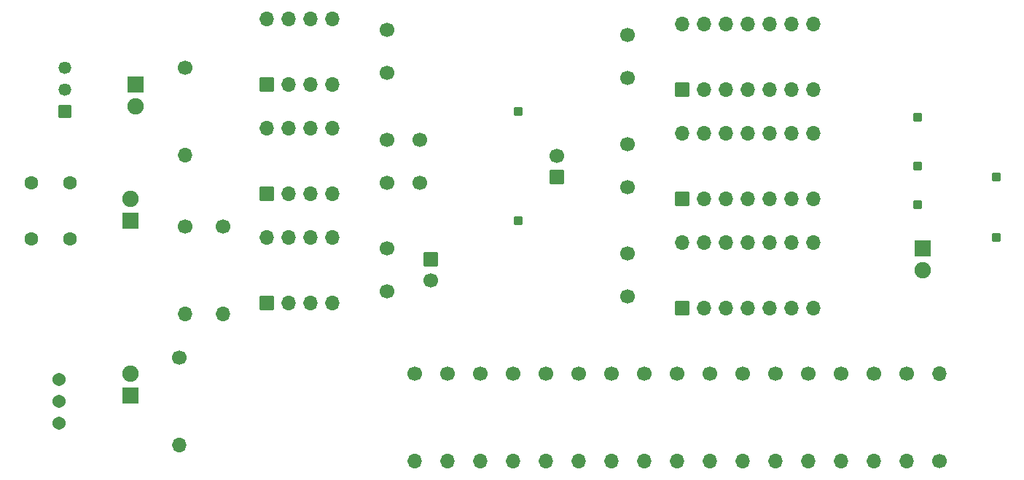
<source format=gbr>
%TF.GenerationSoftware,KiCad,Pcbnew,(6.0.0)*%
%TF.CreationDate,2022-01-09T16:02:52-08:00*%
%TF.ProjectId,Full555Timer,46756c6c-3535-4355-9469-6d65722e6b69,rev?*%
%TF.SameCoordinates,Original*%
%TF.FileFunction,Soldermask,Top*%
%TF.FilePolarity,Negative*%
%FSLAX46Y46*%
G04 Gerber Fmt 4.6, Leading zero omitted, Abs format (unit mm)*
G04 Created by KiCad (PCBNEW (6.0.0)) date 2022-01-09 16:02:52*
%MOMM*%
%LPD*%
G01*
G04 APERTURE LIST*
G04 Aperture macros list*
%AMRoundRect*
0 Rectangle with rounded corners*
0 $1 Rounding radius*
0 $2 $3 $4 $5 $6 $7 $8 $9 X,Y pos of 4 corners*
0 Add a 4 corners polygon primitive as box body*
4,1,4,$2,$3,$4,$5,$6,$7,$8,$9,$2,$3,0*
0 Add four circle primitives for the rounded corners*
1,1,$1+$1,$2,$3*
1,1,$1+$1,$4,$5*
1,1,$1+$1,$6,$7*
1,1,$1+$1,$8,$9*
0 Add four rect primitives between the rounded corners*
20,1,$1+$1,$2,$3,$4,$5,0*
20,1,$1+$1,$4,$5,$6,$7,0*
20,1,$1+$1,$6,$7,$8,$9,0*
20,1,$1+$1,$8,$9,$2,$3,0*%
G04 Aperture macros list end*
%ADD10RoundRect,0.050000X0.800000X-0.800000X0.800000X0.800000X-0.800000X0.800000X-0.800000X-0.800000X0*%
%ADD11C,1.700000*%
%ADD12RoundRect,0.050000X-0.800000X0.800000X-0.800000X-0.800000X0.800000X-0.800000X0.800000X0.800000X0*%
%ADD13RoundRect,0.050000X0.900000X-0.900000X0.900000X0.900000X-0.900000X0.900000X-0.900000X-0.900000X0*%
%ADD14C,1.900000*%
%ADD15RoundRect,0.050000X-0.900000X0.900000X-0.900000X-0.900000X0.900000X-0.900000X0.900000X0.900000X0*%
%ADD16RoundRect,0.050000X0.425000X-0.425000X0.425000X0.425000X-0.425000X0.425000X-0.425000X-0.425000X0*%
%ADD17O,1.700000X1.700000*%
%ADD18C,1.607998*%
%ADD19RoundRect,0.050000X-0.425000X0.425000X-0.425000X-0.425000X0.425000X-0.425000X0.425000X0.425000X0*%
%ADD20RoundRect,0.050000X0.685000X0.685000X-0.685000X0.685000X-0.685000X-0.685000X0.685000X-0.685000X0*%
%ADD21C,1.470000*%
%ADD22C,1.540000*%
G04 APERTURE END LIST*
D10*
%TO.C,C1*%
X160655000Y-95885000D03*
D11*
X160655000Y-93385000D03*
%TD*%
%TO.C,C2*%
X140970000Y-104140000D03*
X140970000Y-109140000D03*
%TD*%
D12*
%TO.C,C3*%
X146050000Y-105410000D03*
D11*
X146050000Y-107910000D03*
%TD*%
%TO.C,C5*%
X140970000Y-96520000D03*
X140970000Y-91520000D03*
%TD*%
%TO.C,C6*%
X140970000Y-78740000D03*
X140970000Y-83740000D03*
%TD*%
%TO.C,C7*%
X168910000Y-104775000D03*
X168910000Y-109775000D03*
%TD*%
D13*
%TO.C,D1*%
X111125000Y-121285000D03*
D14*
X111125000Y-118745000D03*
%TD*%
D13*
%TO.C,D2*%
X111125000Y-100965000D03*
D14*
X111125000Y-98425000D03*
%TD*%
D15*
%TO.C,D4*%
X203200000Y-104140000D03*
D14*
X203200000Y-106680000D03*
%TD*%
D16*
%TO.C,J3*%
X202565000Y-94615000D03*
%TD*%
%TO.C,J5*%
X202565000Y-99060000D03*
%TD*%
D11*
%TO.C,R1*%
X121920000Y-101600000D03*
D17*
X121920000Y-111760000D03*
%TD*%
D11*
%TO.C,R2*%
X144145000Y-118745000D03*
D17*
X144145000Y-128905000D03*
%TD*%
D11*
%TO.C,R4*%
X151765000Y-118745000D03*
D17*
X151765000Y-128905000D03*
%TD*%
D11*
%TO.C,R5*%
X155575000Y-118745000D03*
D17*
X155575000Y-128905000D03*
%TD*%
D11*
%TO.C,R6*%
X159385000Y-118745000D03*
D17*
X159385000Y-128905000D03*
%TD*%
D11*
%TO.C,R7*%
X116840000Y-116840000D03*
D17*
X116840000Y-127000000D03*
%TD*%
D11*
%TO.C,R8*%
X117475000Y-101600000D03*
D17*
X117475000Y-111760000D03*
%TD*%
D10*
%TO.C,U1*%
X127000000Y-110490000D03*
D17*
X129540000Y-110490000D03*
X132080000Y-110490000D03*
X134620000Y-110490000D03*
X134620000Y-102870000D03*
X132080000Y-102870000D03*
X129540000Y-102870000D03*
X127000000Y-102870000D03*
%TD*%
D10*
%TO.C,U2*%
X127000000Y-97790000D03*
D17*
X129540000Y-97790000D03*
X132080000Y-97790000D03*
X134620000Y-97790000D03*
X134620000Y-90170000D03*
X132080000Y-90170000D03*
X129540000Y-90170000D03*
X127000000Y-90170000D03*
%TD*%
D10*
%TO.C,U3*%
X127000000Y-85090000D03*
D17*
X129540000Y-85090000D03*
X132080000Y-85090000D03*
X134620000Y-85090000D03*
X134620000Y-77470000D03*
X132080000Y-77470000D03*
X129540000Y-77470000D03*
X127000000Y-77470000D03*
%TD*%
D10*
%TO.C,U5*%
X175260000Y-98425000D03*
D17*
X177800000Y-98425000D03*
X180340000Y-98425000D03*
X182880000Y-98425000D03*
X185420000Y-98425000D03*
X187960000Y-98425000D03*
X190500000Y-98425000D03*
X190500000Y-90805000D03*
X187960000Y-90805000D03*
X185420000Y-90805000D03*
X182880000Y-90805000D03*
X180340000Y-90805000D03*
X177800000Y-90805000D03*
X175260000Y-90805000D03*
%TD*%
D10*
%TO.C,U6*%
X175260000Y-85725000D03*
D17*
X177800000Y-85725000D03*
X180340000Y-85725000D03*
X182880000Y-85725000D03*
X185420000Y-85725000D03*
X187960000Y-85725000D03*
X190500000Y-85725000D03*
X190500000Y-78105000D03*
X187960000Y-78105000D03*
X185420000Y-78105000D03*
X182880000Y-78105000D03*
X180340000Y-78105000D03*
X177800000Y-78105000D03*
X175260000Y-78105000D03*
%TD*%
D18*
%TO.C,SW1*%
X104140000Y-96520000D03*
X104140000Y-103020002D03*
X99639999Y-96520000D03*
X99639999Y-103020002D03*
%TD*%
D16*
%TO.C,J2*%
X156210000Y-100965000D03*
%TD*%
D10*
%TO.C,U4*%
X175260000Y-111125000D03*
D17*
X177800000Y-111125000D03*
X180340000Y-111125000D03*
X182880000Y-111125000D03*
X185420000Y-111125000D03*
X187960000Y-111125000D03*
X190500000Y-111125000D03*
X190500000Y-103505000D03*
X187960000Y-103505000D03*
X185420000Y-103505000D03*
X182880000Y-103505000D03*
X180340000Y-103505000D03*
X177800000Y-103505000D03*
X175260000Y-103505000D03*
%TD*%
D11*
%TO.C,C9*%
X168910000Y-79375000D03*
X168910000Y-84375000D03*
%TD*%
%TO.C,C8*%
X168910000Y-92075000D03*
X168910000Y-97075000D03*
%TD*%
%TO.C,R9*%
X117475000Y-83185000D03*
D17*
X117475000Y-93345000D03*
%TD*%
D11*
%TO.C,R11*%
X201295000Y-118745000D03*
D17*
X201295000Y-128905000D03*
%TD*%
D11*
%TO.C,R12*%
X197485000Y-118745000D03*
D17*
X197485000Y-128905000D03*
%TD*%
D11*
%TO.C,R13*%
X193675000Y-118745000D03*
D17*
X193675000Y-128905000D03*
%TD*%
D11*
%TO.C,R15*%
X186055000Y-118745000D03*
D17*
X186055000Y-128905000D03*
%TD*%
D11*
%TO.C,R16*%
X182245000Y-118745000D03*
D17*
X182245000Y-128905000D03*
%TD*%
D11*
%TO.C,R18*%
X174625000Y-118745000D03*
D17*
X174625000Y-128905000D03*
%TD*%
D11*
%TO.C,R19*%
X170815000Y-118745000D03*
D17*
X170815000Y-128905000D03*
%TD*%
D11*
%TO.C,R20*%
X167005000Y-118745000D03*
D17*
X167005000Y-128905000D03*
%TD*%
D11*
%TO.C,R21*%
X163195000Y-118745000D03*
D17*
X163195000Y-128905000D03*
%TD*%
D11*
%TO.C,R14*%
X189865000Y-118745000D03*
D17*
X189865000Y-128905000D03*
%TD*%
D11*
%TO.C,R17*%
X178435000Y-118745000D03*
D17*
X178435000Y-128905000D03*
%TD*%
D19*
%TO.C,J6*%
X211699999Y-102870000D03*
%TD*%
%TO.C,J7*%
X211699999Y-95885000D03*
%TD*%
D11*
%TO.C,C4*%
X144780000Y-96520000D03*
X144780000Y-91520000D03*
%TD*%
D16*
%TO.C,J1*%
X156210000Y-88265000D03*
%TD*%
D11*
%TO.C,R10*%
X205105000Y-128905000D03*
D17*
X205105000Y-118745000D03*
%TD*%
D11*
%TO.C,R3*%
X147955000Y-118745000D03*
D17*
X147955000Y-128905000D03*
%TD*%
D15*
%TO.C,D3*%
X111760000Y-85090000D03*
D14*
X111760000Y-87630000D03*
%TD*%
D20*
%TO.C,SW2*%
X103505000Y-88265000D03*
D21*
X103505000Y-85725000D03*
X103505000Y-83185000D03*
%TD*%
D16*
%TO.C,J4*%
X202565000Y-88900000D03*
%TD*%
D22*
%TO.C,RV1*%
X102870000Y-119380000D03*
X102870000Y-121920000D03*
X102870000Y-124460000D03*
%TD*%
M02*

</source>
